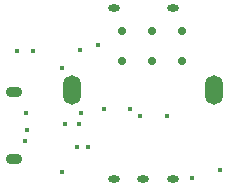
<source format=gbr>
%TF.GenerationSoftware,Altium Limited,Altium Designer,20.1.8 (145)*%
G04 Layer_Color=0*
%FSLAX44Y44*%
%MOMM*%
%TF.SameCoordinates,E4642572-F947-42A3-9A2D-1DA0FD0549A1*%
%TF.FilePolarity,Positive*%
%TF.FileFunction,Plated,1,2,PTH,Drill*%
%TF.Part,Single*%
G01*
G75*
%TA.AperFunction,ComponentDrill*%
%ADD61O,1.4000X0.9000*%
%ADD62C,0.7000*%
%ADD63O,1.5000X2.5000*%
%ADD64O,1.0000X0.6000*%
%TA.AperFunction,ViaDrill,NotFilled*%
%ADD65C,0.4000*%
D61*
X10044581Y10081085D02*
D03*
Y10024484D02*
D03*
D62*
X10187476Y10107590D02*
D03*
X10162076D02*
D03*
X10136677D02*
D03*
X10187476Y10132990D02*
D03*
X10136677D02*
D03*
X10162076D02*
D03*
D63*
X10214232Y10082476D02*
D03*
X10094232D02*
D03*
D64*
X10129232Y10152476D02*
D03*
X10179232D02*
D03*
X10154232Y10007476D02*
D03*
X10129232D02*
D03*
X10179232D02*
D03*
D65*
X10085748Y10101782D02*
D03*
X10061070Y10115485D02*
D03*
X10047409Y10115739D02*
D03*
X10100889Y10116795D02*
D03*
X10195409Y10008148D02*
D03*
X10088052Y10054219D02*
D03*
X10100187Y10054145D02*
D03*
X10085718Y10013118D02*
D03*
X10055439Y10049109D02*
D03*
X10120878Y10066966D02*
D03*
X10055342Y10063311D02*
D03*
X10098417Y10034683D02*
D03*
X10107143D02*
D03*
X10053716Y10039785D02*
D03*
X10174210Y10060466D02*
D03*
X10151777D02*
D03*
X10218845Y10015436D02*
D03*
X10115812Y10120586D02*
D03*
X10142632Y10066966D02*
D03*
X10101825Y10063285D02*
D03*
%TF.MD5,51dc695ead9bd52930ebc22729a6ac8f*%
M02*

</source>
